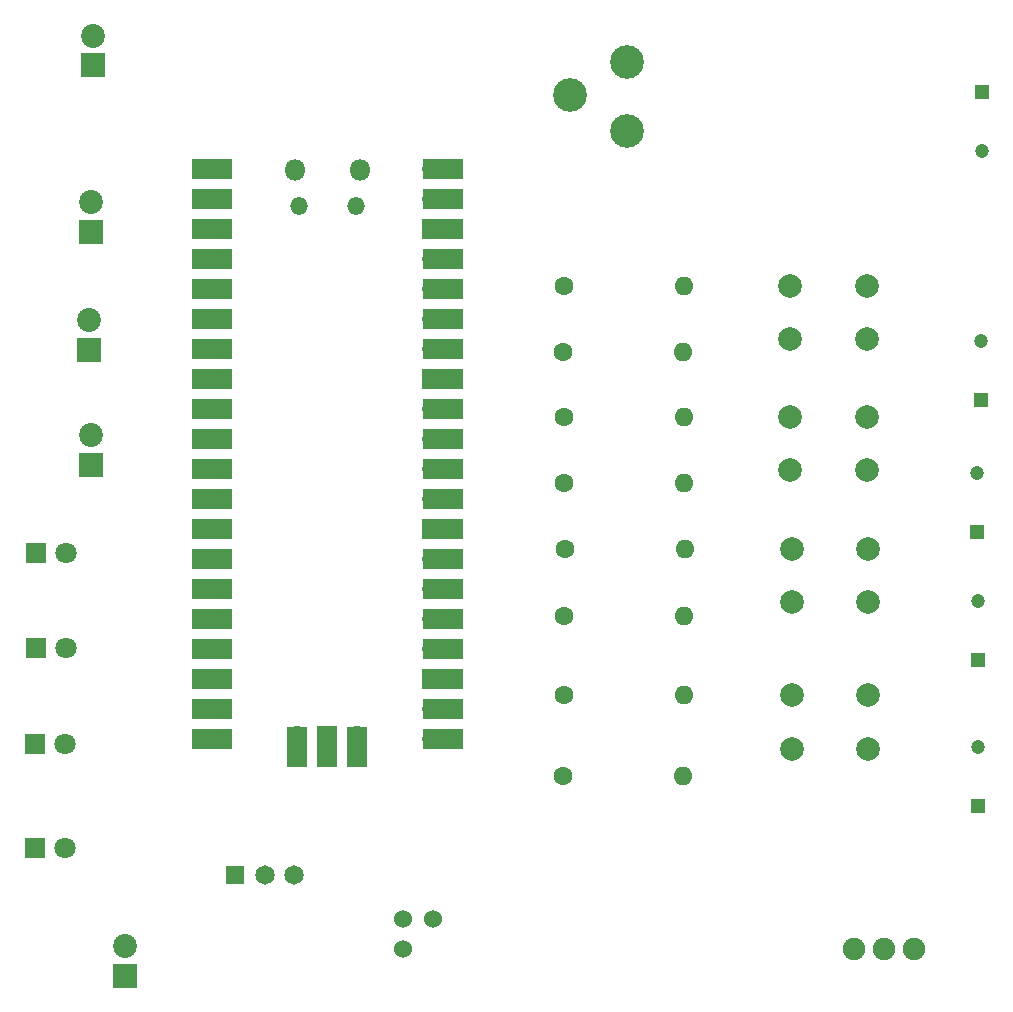
<source format=gbr>
G04 #@! TF.GenerationSoftware,KiCad,Pcbnew,7.0.7*
G04 #@! TF.CreationDate,2023-10-31T18:35:25+09:00*
G04 #@! TF.ProjectId,PCB_PracticeBoard,5043425f-5072-4616-9374-696365426f61,rev?*
G04 #@! TF.SameCoordinates,Original*
G04 #@! TF.FileFunction,Soldermask,Top*
G04 #@! TF.FilePolarity,Negative*
%FSLAX46Y46*%
G04 Gerber Fmt 4.6, Leading zero omitted, Abs format (unit mm)*
G04 Created by KiCad (PCBNEW 7.0.7) date 2023-10-31 18:35:25*
%MOMM*%
%LPD*%
G01*
G04 APERTURE LIST*
%ADD10C,2.000000*%
%ADD11R,1.800000X1.800000*%
%ADD12C,1.800000*%
%ADD13R,1.200000X1.200000*%
%ADD14C,1.200000*%
%ADD15R,2.025000X2.025000*%
%ADD16C,2.025000*%
%ADD17O,1.800000X1.800000*%
%ADD18O,1.500000X1.500000*%
%ADD19O,1.700000X1.700000*%
%ADD20R,3.500000X1.700000*%
%ADD21R,1.700000X1.700000*%
%ADD22R,1.700000X3.500000*%
%ADD23C,1.600000*%
%ADD24O,1.600000X1.600000*%
%ADD25C,1.905000*%
%ADD26R,1.650000X1.650000*%
%ADD27C,1.650000*%
%ADD28C,2.850000*%
%ADD29C,1.524000*%
G04 APERTURE END LIST*
D10*
X115900000Y-93300000D03*
X122400000Y-93300000D03*
X115900000Y-97800000D03*
X122400000Y-97800000D03*
X116000000Y-116900000D03*
X122500000Y-116900000D03*
X116000000Y-121400000D03*
X122500000Y-121400000D03*
X116000000Y-104500000D03*
X122500000Y-104500000D03*
X116000000Y-109000000D03*
X122500000Y-109000000D03*
D11*
X51925000Y-129800000D03*
D12*
X54465000Y-129800000D03*
D13*
X132100000Y-65800000D03*
D14*
X132100000Y-70800000D03*
D15*
X56550000Y-87650000D03*
D16*
X56550000Y-85150000D03*
D17*
X73985000Y-72430000D03*
D18*
X74285000Y-75460000D03*
X79135000Y-75460000D03*
D17*
X79435000Y-72430000D03*
D19*
X67820000Y-72300000D03*
D20*
X66920000Y-72300000D03*
D19*
X67820000Y-74840000D03*
D20*
X66920000Y-74840000D03*
D21*
X67820000Y-77380000D03*
D20*
X66920000Y-77380000D03*
D19*
X67820000Y-79920000D03*
D20*
X66920000Y-79920000D03*
D19*
X67820000Y-82460000D03*
D20*
X66920000Y-82460000D03*
D19*
X67820000Y-85000000D03*
D20*
X66920000Y-85000000D03*
D19*
X67820000Y-87540000D03*
D20*
X66920000Y-87540000D03*
D21*
X67820000Y-90080000D03*
D20*
X66920000Y-90080000D03*
D19*
X67820000Y-92620000D03*
D20*
X66920000Y-92620000D03*
D19*
X67820000Y-95160000D03*
D20*
X66920000Y-95160000D03*
D19*
X67820000Y-97700000D03*
D20*
X66920000Y-97700000D03*
D19*
X67820000Y-100240000D03*
D20*
X66920000Y-100240000D03*
D21*
X67820000Y-102780000D03*
D20*
X66920000Y-102780000D03*
D19*
X67820000Y-105320000D03*
D20*
X66920000Y-105320000D03*
D19*
X67820000Y-107860000D03*
D20*
X66920000Y-107860000D03*
D19*
X67820000Y-110400000D03*
D20*
X66920000Y-110400000D03*
D19*
X67820000Y-112940000D03*
D20*
X66920000Y-112940000D03*
D21*
X67820000Y-115480000D03*
D20*
X66920000Y-115480000D03*
D19*
X67820000Y-118020000D03*
D20*
X66920000Y-118020000D03*
D19*
X67820000Y-120560000D03*
D20*
X66920000Y-120560000D03*
D19*
X85600000Y-120560000D03*
D20*
X86500000Y-120560000D03*
D19*
X85600000Y-118020000D03*
D20*
X86500000Y-118020000D03*
D21*
X85600000Y-115480000D03*
D20*
X86500000Y-115480000D03*
D19*
X85600000Y-112940000D03*
D20*
X86500000Y-112940000D03*
D19*
X85600000Y-110400000D03*
D20*
X86500000Y-110400000D03*
D19*
X85600000Y-107860000D03*
D20*
X86500000Y-107860000D03*
D19*
X85600000Y-105320000D03*
D20*
X86500000Y-105320000D03*
D21*
X85600000Y-102780000D03*
D20*
X86500000Y-102780000D03*
D19*
X85600000Y-100240000D03*
D20*
X86500000Y-100240000D03*
D19*
X85600000Y-97700000D03*
D20*
X86500000Y-97700000D03*
D19*
X85600000Y-95160000D03*
D20*
X86500000Y-95160000D03*
D19*
X85600000Y-92620000D03*
D20*
X86500000Y-92620000D03*
D21*
X85600000Y-90080000D03*
D20*
X86500000Y-90080000D03*
D19*
X85600000Y-87540000D03*
D20*
X86500000Y-87540000D03*
D19*
X85600000Y-85000000D03*
D20*
X86500000Y-85000000D03*
D19*
X85600000Y-82460000D03*
D20*
X86500000Y-82460000D03*
D19*
X85600000Y-79920000D03*
D20*
X86500000Y-79920000D03*
D21*
X85600000Y-77380000D03*
D20*
X86500000Y-77380000D03*
D19*
X85600000Y-74840000D03*
D20*
X86500000Y-74840000D03*
D19*
X85600000Y-72300000D03*
D20*
X86500000Y-72300000D03*
D19*
X74170000Y-120330000D03*
D22*
X74170000Y-121230000D03*
D21*
X76710000Y-120330000D03*
D22*
X76710000Y-121230000D03*
D19*
X79250000Y-120330000D03*
D22*
X79250000Y-121230000D03*
D23*
X96640000Y-87800000D03*
D24*
X106800000Y-87800000D03*
D11*
X52000000Y-112900000D03*
D12*
X54540000Y-112900000D03*
D23*
X96720000Y-110200000D03*
D24*
X106880000Y-110200000D03*
D13*
X131800000Y-113900000D03*
D14*
X131800000Y-108900000D03*
D23*
X96740000Y-82200000D03*
D24*
X106900000Y-82200000D03*
D23*
X96720000Y-98900000D03*
D24*
X106880000Y-98900000D03*
D25*
X121300000Y-138400000D03*
X123840000Y-138400000D03*
X126380000Y-138400000D03*
D23*
X96640000Y-123700000D03*
D24*
X106800000Y-123700000D03*
D26*
X68900000Y-132100000D03*
D27*
X71400000Y-132100000D03*
X73900000Y-132100000D03*
D28*
X102062500Y-69087500D03*
X102062500Y-63287500D03*
X97262500Y-66087500D03*
D11*
X51925000Y-121000000D03*
D12*
X54465000Y-121000000D03*
D13*
X132000000Y-91900000D03*
D14*
X132000000Y-86900000D03*
D13*
X131800000Y-126300000D03*
D14*
X131800000Y-121300000D03*
D11*
X52025000Y-104800000D03*
D12*
X54565000Y-104800000D03*
D23*
X96840000Y-104500000D03*
D24*
X107000000Y-104500000D03*
D23*
X96740000Y-116900000D03*
D24*
X106900000Y-116900000D03*
D29*
X85640000Y-135800000D03*
X83100000Y-135800000D03*
X83100000Y-138340000D03*
D15*
X56650000Y-77650000D03*
D16*
X56650000Y-75150000D03*
D13*
X131700000Y-103100000D03*
D14*
X131700000Y-98100000D03*
D15*
X59550000Y-140650000D03*
D16*
X59550000Y-138150000D03*
D23*
X96720000Y-93300000D03*
D24*
X106880000Y-93300000D03*
D15*
X56650000Y-97350000D03*
D16*
X56650000Y-94850000D03*
D10*
X115900000Y-82200000D03*
X122400000Y-82200000D03*
X115900000Y-86700000D03*
X122400000Y-86700000D03*
D15*
X56850000Y-63550000D03*
D16*
X56850000Y-61050000D03*
M02*

</source>
